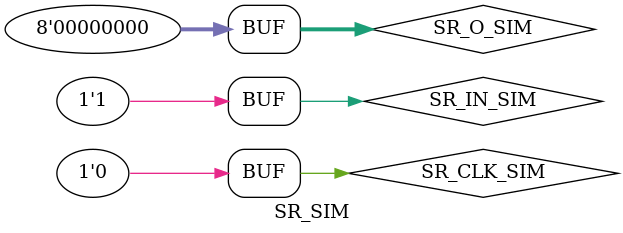
<source format=sv>
`timescale 1ns / 1ps


module SR_SIM();
    logic SR_CLK_SIM;
    logic SR_IN_SIM;
    logic [7:0] SR_O_SIM = 8'b0;
   
   SHIFT_R UUT(.SR_CLK(SR_CLK_SIM), .SR_IN(SR_IN_SIM), .SR_O(SR_O_SIM));
    always begin    
        SR_CLK_SIM = 1;
        #5;
        SR_CLK_SIM = 0;
        #5;
        end
    initial begin
    #10 SR_IN_SIM = 1'b0;
    #10 SR_IN_SIM = 1'b1;
    #10 SR_IN_SIM = 1'b0;
    #10 SR_IN_SIM = 1'b0;
    #10 SR_IN_SIM = 1'b1;
    #10 SR_IN_SIM = 1'b1;
    #10 SR_IN_SIM = 1'b1;
    #10 SR_IN_SIM = 1'b0;
    #10 SR_IN_SIM = 1'b0;
    #10 SR_IN_SIM = 1'b1;
    #10 SR_IN_SIM = 1'b1;
    #10 SR_IN_SIM = 1'b1;
    #10 SR_IN_SIM = 1'b0;
    #10 SR_IN_SIM = 1'b1;
    #10 SR_IN_SIM = 1'b0;
    #10 SR_IN_SIM = 1'b1;
    #10 SR_IN_SIM = 1'b0;
    #10 SR_IN_SIM = 1'b0;
    #10 SR_IN_SIM = 1'b1;
    #10 SR_IN_SIM = 1'b1;
    
    end
    
endmodule

</source>
